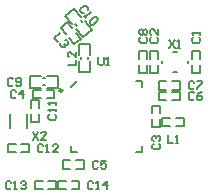
<source format=gto>
G04 Layer_Color=65535*
%FSLAX24Y24*%
%MOIN*%
G70*
G01*
G75*
%ADD28C,0.0060*%
%ADD39C,0.0098*%
%ADD40C,0.0079*%
D28*
X-937Y1489D02*
Y1854D01*
Y2050D02*
Y2415D01*
X-543Y1489D02*
Y1854D01*
Y2050D02*
Y2415D01*
X-937Y1489D02*
X-543Y1489D01*
X-937Y2415D02*
X-543Y2415D01*
X-1078Y2412D02*
X-866Y2589D01*
X-1533Y2955D02*
X-1322Y3132D01*
X-1157Y2936D01*
X-1031Y2785D02*
X-866Y2589D01*
X-1533Y2955D02*
X-1369Y2759D01*
X-1242Y2608D02*
X-1078Y2412D01*
X-783Y2631D02*
X-482Y2884D01*
X-1378Y3340D02*
X-1076Y3593D01*
X-842Y3314D01*
X-716Y3163D02*
X-482Y2884D01*
X-1378Y3340D02*
X-1144Y3061D01*
X-1017Y2910D02*
X-783Y2631D01*
X-2518Y-174D02*
X-2242D01*
X-2518Y534D02*
X-2242D01*
Y278D02*
Y534D01*
Y-174D02*
Y82D01*
X-2518Y278D02*
Y534D01*
Y-174D02*
Y82D01*
X-3294Y-1198D02*
Y-922D01*
X-2586Y-1198D02*
Y-922D01*
X-2842Y-1198D02*
X-2586D01*
X-3294D02*
X-3038D01*
X-2842Y-922D02*
X-2586D01*
X-3294D02*
X-3038D01*
X-2563Y953D02*
Y1347D01*
X-1637Y953D02*
Y1347D01*
X-2002Y953D02*
X-1637D01*
X-2563D02*
X-2198D01*
X-2002Y1347D02*
X-1637D01*
X-2563D02*
X-2198D01*
X2308Y-338D02*
X2564D01*
X1856D02*
X2112D01*
X2308Y-62D02*
X2564D01*
X1856D02*
X2112D01*
X1856Y-338D02*
Y-62D01*
X2564Y-338D02*
Y-62D01*
X1082Y2164D02*
X1358D01*
X1082Y1456D02*
X1358D01*
X1082D02*
Y1712D01*
Y1908D02*
Y2164D01*
X1358Y1456D02*
Y1712D01*
Y1908D02*
Y2164D01*
X2434Y892D02*
Y1168D01*
X1726Y892D02*
Y1168D01*
X1982D01*
X2178D02*
X2434D01*
X1726Y892D02*
X1982D01*
X2178D02*
X2434D01*
X1726Y542D02*
Y818D01*
X2434Y542D02*
Y818D01*
X2178Y542D02*
X2434D01*
X1726D02*
X1982D01*
X2178Y818D02*
X2434D01*
X1726D02*
X1982D01*
X-1474Y-1748D02*
Y-1472D01*
X-766Y-1748D02*
Y-1472D01*
X-1022Y-1748D02*
X-766D01*
X-1474D02*
X-1218D01*
X-1022Y-1472D02*
X-766D01*
X-1474D02*
X-1218D01*
X-2454Y602D02*
Y878D01*
X-1746Y602D02*
Y878D01*
X-2002Y602D02*
X-1746D01*
X-2454D02*
X-2198D01*
X-2002Y878D02*
X-1746D01*
X-2454D02*
X-2198D01*
X1512Y-354D02*
X1788D01*
X1512Y354D02*
X1788D01*
Y98D02*
Y354D01*
Y-354D02*
Y-98D01*
X1512Y98D02*
Y354D01*
Y-354D02*
Y-98D01*
X1432Y2164D02*
X1708D01*
X1432Y1456D02*
X1708D01*
X1432D02*
Y1712D01*
Y1908D02*
Y2164D01*
X1708Y1456D02*
Y1712D01*
Y1908D02*
Y2164D01*
X2832Y1456D02*
X3108D01*
X2832Y2164D02*
X3108D01*
Y1908D02*
Y2164D01*
Y1456D02*
Y1712D01*
X2832Y1908D02*
Y2164D01*
Y1456D02*
Y1712D01*
X2695Y1786D02*
Y1834D01*
X2207Y1464D02*
X2333D01*
X1845Y1786D02*
Y1834D01*
X2207Y2156D02*
X2333D01*
X-2394Y-2438D02*
Y-2162D01*
X-1686Y-2438D02*
Y-2162D01*
X-1942Y-2438D02*
X-1686D01*
X-2394D02*
X-2138D01*
X-1942Y-2162D02*
X-1686D01*
X-2394D02*
X-2138D01*
X-1624Y-2438D02*
Y-2162D01*
X-916Y-2438D02*
Y-2162D01*
X-1172Y-2438D02*
X-916D01*
X-1624D02*
X-1368D01*
X-1172Y-2162D02*
X-916D01*
X-1624D02*
X-1368D01*
X-1300Y1702D02*
X-1030D01*
Y1882D01*
Y2152D02*
Y1972D01*
X-1210Y2152D01*
X-1255D01*
X-1300Y2107D01*
Y2017D01*
X-1255Y1972D01*
X-1543Y2783D02*
X-1750Y2610D01*
X-1634Y2472D01*
X-1404Y2548D02*
X-1341Y2542D01*
X-1283Y2473D01*
X-1289Y2410D01*
X-1323Y2381D01*
X-1386Y2387D01*
X-1415Y2421D01*
X-1386Y2387D01*
X-1392Y2323D01*
X-1426Y2294D01*
X-1490Y2300D01*
X-1548Y2369D01*
X-1542Y2432D01*
X-632Y3547D02*
X-626Y3610D01*
X-684Y3679D01*
X-748Y3685D01*
X-886Y3569D01*
X-891Y3506D01*
X-833Y3437D01*
X-770Y3431D01*
X-746Y3333D02*
X-689Y3264D01*
X-718Y3299D01*
X-511Y3472D01*
X-574Y3478D01*
X-430Y3306D02*
X-366Y3300D01*
X-308Y3231D01*
X-314Y3168D01*
X-452Y3052D01*
X-515Y3058D01*
X-573Y3126D01*
X-567Y3190D01*
X-430Y3306D01*
X-3013Y827D02*
X-3058Y872D01*
X-3148D01*
X-3193Y827D01*
Y647D01*
X-3148Y602D01*
X-3058D01*
X-3013Y647D01*
X-2788Y602D02*
Y872D01*
X-2923Y737D01*
X-2743D01*
X-293Y-1520D02*
X-338Y-1475D01*
X-428D01*
X-472Y-1520D01*
Y-1700D01*
X-428Y-1745D01*
X-338D01*
X-293Y-1700D01*
X-23Y-1475D02*
X-203D01*
Y-1610D01*
X-113Y-1565D01*
X-68D01*
X-23Y-1610D01*
Y-1700D01*
X-68Y-1745D01*
X-158D01*
X-203Y-1700D01*
X2907Y1120D02*
X2862Y1165D01*
X2772D01*
X2728Y1120D01*
Y940D01*
X2772Y895D01*
X2862D01*
X2907Y940D01*
X2997Y1165D02*
X3177D01*
Y1120D01*
X2997Y940D01*
Y895D01*
X2883Y2635D02*
X2838Y2590D01*
Y2500D01*
X2883Y2455D01*
X3063D01*
X3108Y2500D01*
Y2590D01*
X3063Y2635D01*
X3108Y2725D02*
Y2815D01*
Y2770D01*
X2838D01*
X2883Y2725D01*
X2080Y2560D02*
X2260Y2290D01*
Y2560D02*
X2080Y2290D01*
X2350D02*
X2440D01*
X2395D01*
Y2560D01*
X2350Y2515D01*
X1133Y2635D02*
X1088Y2590D01*
Y2500D01*
X1133Y2455D01*
X1313D01*
X1358Y2500D01*
Y2590D01*
X1313Y2635D01*
X1133Y2725D02*
X1088Y2770D01*
Y2860D01*
X1133Y2905D01*
X1178D01*
X1223Y2860D01*
X1268Y2905D01*
X1313D01*
X1358Y2860D01*
Y2770D01*
X1313Y2725D01*
X1268D01*
X1223Y2770D01*
X1178Y2725D01*
X1133D01*
X1223Y2770D02*
Y2860D01*
X-3123Y1237D02*
X-3168Y1282D01*
X-3258D01*
X-3303Y1237D01*
Y1057D01*
X-3258Y1012D01*
X-3168D01*
X-3123Y1057D01*
X-3033D02*
X-2988Y1012D01*
X-2898D01*
X-2853Y1057D01*
Y1237D01*
X-2898Y1282D01*
X-2988D01*
X-3033Y1237D01*
Y1192D01*
X-2988Y1147D01*
X-2853D01*
X2907Y770D02*
X2862Y815D01*
X2772D01*
X2728Y770D01*
Y590D01*
X2772Y545D01*
X2862D01*
X2907Y590D01*
X3177Y815D02*
X3087Y770D01*
X2997Y680D01*
Y590D01*
X3042Y545D01*
X3132D01*
X3177Y590D01*
Y635D01*
X3132Y680D01*
X2997D01*
X1483Y2635D02*
X1438Y2590D01*
Y2500D01*
X1483Y2455D01*
X1663D01*
X1708Y2500D01*
Y2590D01*
X1663Y2635D01*
X1708Y2905D02*
Y2725D01*
X1528Y2905D01*
X1483D01*
X1438Y2860D01*
Y2770D01*
X1483Y2725D01*
X-282Y1965D02*
Y1740D01*
X-238Y1695D01*
X-148D01*
X-103Y1740D01*
Y1965D01*
X-13Y1695D02*
X77D01*
X32D01*
Y1965D01*
X-13Y1920D01*
X2027Y-628D02*
Y-898D01*
X2207D01*
X2297D02*
X2387D01*
X2342D01*
Y-628D01*
X2297Y-673D01*
X1562Y-918D02*
X1518Y-963D01*
Y-1053D01*
X1562Y-1098D01*
X1742D01*
X1787Y-1053D01*
Y-963D01*
X1742Y-918D01*
X1562Y-828D02*
X1518Y-783D01*
Y-693D01*
X1562Y-648D01*
X1607D01*
X1652Y-693D01*
Y-738D01*
Y-693D01*
X1697Y-648D01*
X1742D01*
X1787Y-693D01*
Y-783D01*
X1742Y-828D01*
X-2460Y-510D02*
X-2280Y-780D01*
Y-510D02*
X-2460Y-780D01*
X-2010D02*
X-2190D01*
X-2010Y-600D01*
Y-555D01*
X-2055Y-510D01*
X-2145D01*
X-2190Y-555D01*
X-2113Y-973D02*
X-2158Y-928D01*
X-2248D01*
X-2293Y-973D01*
Y-1153D01*
X-2248Y-1198D01*
X-2158D01*
X-2113Y-1153D01*
X-2023Y-1198D02*
X-1933D01*
X-1978D01*
Y-928D01*
X-2023Y-973D01*
X-1618Y-1198D02*
X-1798D01*
X-1618Y-1018D01*
Y-973D01*
X-1663Y-928D01*
X-1753D01*
X-1798Y-973D01*
X-1908Y72D02*
X-1952Y27D01*
Y-63D01*
X-1908Y-108D01*
X-1728D01*
X-1683Y-63D01*
Y27D01*
X-1728Y72D01*
X-1683Y162D02*
Y252D01*
Y207D01*
X-1952D01*
X-1908Y162D01*
X-1683Y387D02*
Y477D01*
Y432D01*
X-1952D01*
X-1908Y387D01*
X-3183Y-2213D02*
X-3228Y-2168D01*
X-3318D01*
X-3363Y-2213D01*
Y-2393D01*
X-3318Y-2438D01*
X-3228D01*
X-3183Y-2393D01*
X-3093Y-2438D02*
X-3003D01*
X-3048D01*
Y-2168D01*
X-3093Y-2213D01*
X-2868D02*
X-2823Y-2168D01*
X-2733D01*
X-2688Y-2213D01*
Y-2258D01*
X-2733Y-2303D01*
X-2778D01*
X-2733D01*
X-2688Y-2348D01*
Y-2393D01*
X-2733Y-2438D01*
X-2823D01*
X-2868Y-2393D01*
X-443Y-2213D02*
X-488Y-2168D01*
X-578D01*
X-623Y-2213D01*
Y-2393D01*
X-578Y-2438D01*
X-488D01*
X-443Y-2393D01*
X-353Y-2438D02*
X-263D01*
X-308D01*
Y-2168D01*
X-353Y-2213D01*
X7Y-2438D02*
Y-2168D01*
X-128Y-2303D01*
X52D01*
D39*
X-1486Y866D02*
G03*
X-1486Y866I-49J0D01*
G01*
D40*
X-858Y1991D02*
X-858Y1913D01*
X-622Y1913D02*
Y1991D01*
X-865Y3218D02*
X-814Y3158D01*
X-1045Y3066D02*
X-995Y3006D01*
X-3235Y-386D02*
Y86D01*
X-2645Y-386D02*
Y86D01*
X-2139Y1032D02*
X-2061D01*
X-2139Y1268D02*
X-2061D01*
X-1181Y-1181D02*
Y-984D01*
Y-1181D02*
X-984D01*
X984D02*
X1181D01*
Y-984D01*
Y984D02*
Y1181D01*
X984D02*
X1181D01*
X-1181Y984D02*
X-984Y1181D01*
M02*

</source>
